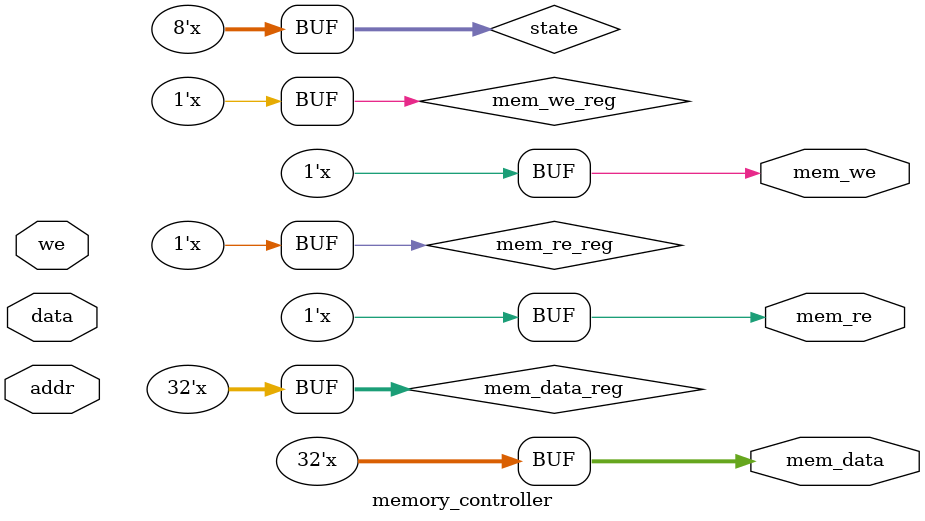
<source format=v>
module memory_controller #(
  parameter n = 8, // number of address signals
  parameter m = 32 // number of data signals
) (
  input [n-1:0] addr,
  input we,
  input [m-1:0] data,
  output mem_we,
  output mem_re,
  output [m-1:0] mem_data
);

reg [n-1:0] state;
reg [m-1:0] mem_data_reg;
reg mem_we_reg;
reg mem_re_reg;

always @(*) begin
  case(state)
    0: begin // idle state
      mem_we_reg = 0;
      mem_re_reg = 0;
      if (we) begin
        state = 1; // write state
      end else begin
        state = 2; // read state
      end
    end
    1: begin // write state
      mem_we_reg = 1;
      mem_re_reg = 0;
      mem_data_reg = data;
      state = 0; // return to idle state
    end
    2: begin // read state
      mem_we_reg = 0;
      mem_re_reg = 1;
      state = 3; // wait for memory read
    end
    3: begin // wait for memory read
      mem_we_reg = 0;
      mem_re_reg = 0;
      mem_data_reg = mem_data;
      state = 0; // return to idle state
    end
  endcase
end

assign mem_we = mem_we_reg;
assign mem_re = mem_re_reg;
assign mem_data = mem_data_reg;

endmodule
</source>
